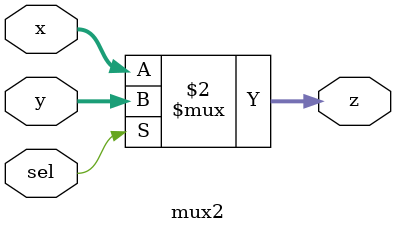
<source format=sv>

module mux2 #(
    parameter N = 32
)(
    input [N-1:0] x, // input 1
    input [N-1:0] y, // input 2
    input sel, // select input
    output [N-1:0] z // output
);
    assign z = (sel == 0) ? x : y;
endmodule

</source>
